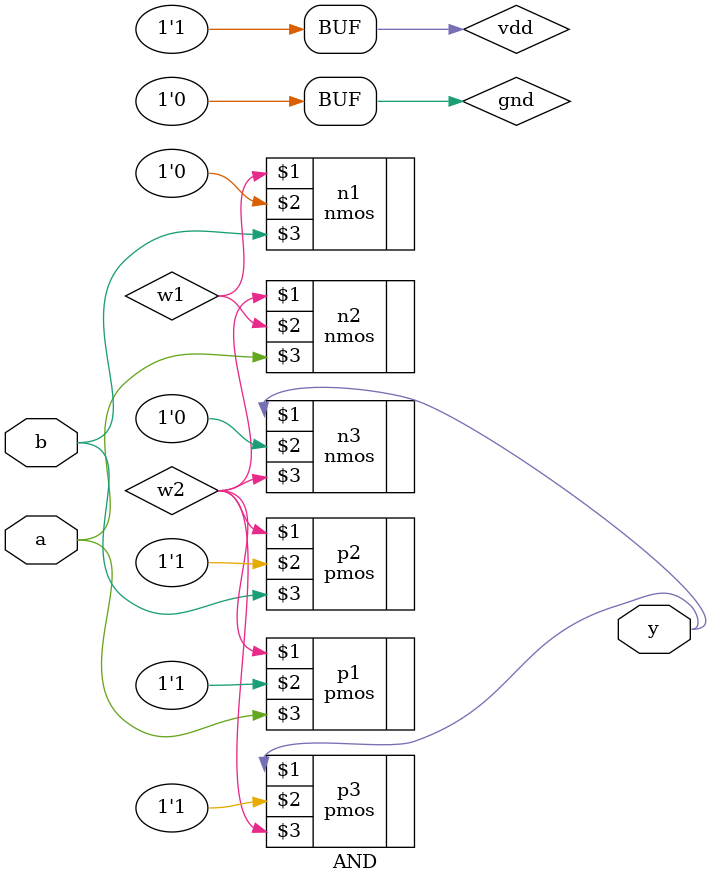
<source format=v>
module AND(
          input a,b,
          output y
          );

//internol signols
wire w1,w2;
supply1 vdd;
supply0 gnd;

//switch primitives
pmos p1(w2,vdd,a);
pmos p2(w2,vdd,b);
pmos p3(y,vdd,w2);

nmos n1(w1,gnd,b);
nmos n2(w2,w1,a);
nmos n3(y,gnd,w2);

endmodule

module AND_tb();
   reg a,b;
   wire y;

   //instantiation
   AND A1(a,b,y);

   initial
   repeat(10)
   begin
   a=$random; b=$random; #10;
   end

   initial
   $monitor("a=%b,b=%b,y=%b,time=%b",a,b,y,$time);
   endmodule


</source>
